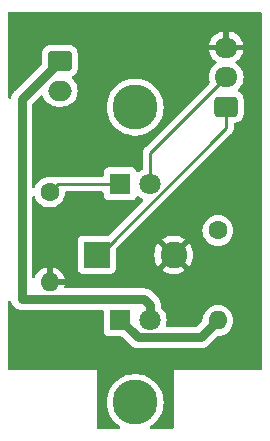
<source format=gbr>
%TF.GenerationSoftware,KiCad,Pcbnew,7.0.9*%
%TF.CreationDate,2024-03-22T21:38:29+01:00*%
%TF.ProjectId,KorrySmallPCB,4b6f7272-7953-46d6-916c-6c5043422e6b,rev?*%
%TF.SameCoordinates,Original*%
%TF.FileFunction,Copper,L1,Top*%
%TF.FilePolarity,Positive*%
%FSLAX46Y46*%
G04 Gerber Fmt 4.6, Leading zero omitted, Abs format (unit mm)*
G04 Created by KiCad (PCBNEW 7.0.9) date 2024-03-22 21:38:29*
%MOMM*%
%LPD*%
G01*
G04 APERTURE LIST*
G04 Aperture macros list*
%AMRoundRect*
0 Rectangle with rounded corners*
0 $1 Rounding radius*
0 $2 $3 $4 $5 $6 $7 $8 $9 X,Y pos of 4 corners*
0 Add a 4 corners polygon primitive as box body*
4,1,4,$2,$3,$4,$5,$6,$7,$8,$9,$2,$3,0*
0 Add four circle primitives for the rounded corners*
1,1,$1+$1,$2,$3*
1,1,$1+$1,$4,$5*
1,1,$1+$1,$6,$7*
1,1,$1+$1,$8,$9*
0 Add four rect primitives between the rounded corners*
20,1,$1+$1,$2,$3,$4,$5,0*
20,1,$1+$1,$4,$5,$6,$7,0*
20,1,$1+$1,$6,$7,$8,$9,0*
20,1,$1+$1,$8,$9,$2,$3,0*%
G04 Aperture macros list end*
%TA.AperFunction,ComponentPad*%
%ADD10RoundRect,0.250000X-0.750000X0.600000X-0.750000X-0.600000X0.750000X-0.600000X0.750000X0.600000X0*%
%TD*%
%TA.AperFunction,ComponentPad*%
%ADD11O,2.000000X1.700000*%
%TD*%
%TA.AperFunction,ComponentPad*%
%ADD12C,1.600000*%
%TD*%
%TA.AperFunction,ComponentPad*%
%ADD13O,1.600000X1.600000*%
%TD*%
%TA.AperFunction,ConnectorPad*%
%ADD14C,3.800000*%
%TD*%
%TA.AperFunction,ComponentPad*%
%ADD15C,2.600000*%
%TD*%
%TA.AperFunction,ComponentPad*%
%ADD16O,1.950000X1.700000*%
%TD*%
%TA.AperFunction,ComponentPad*%
%ADD17RoundRect,0.250000X0.725000X-0.600000X0.725000X0.600000X-0.725000X0.600000X-0.725000X-0.600000X0*%
%TD*%
%TA.AperFunction,ComponentPad*%
%ADD18C,1.800000*%
%TD*%
%TA.AperFunction,ComponentPad*%
%ADD19R,1.800000X1.800000*%
%TD*%
%TA.AperFunction,ComponentPad*%
%ADD20R,2.250000X2.250000*%
%TD*%
%TA.AperFunction,ComponentPad*%
%ADD21C,2.250000*%
%TD*%
%TA.AperFunction,Conductor*%
%ADD22C,0.250000*%
%TD*%
%TA.AperFunction,Conductor*%
%ADD23C,0.800000*%
%TD*%
G04 APERTURE END LIST*
D10*
%TO.P,J2,1,Pin_1*%
%TO.N,+9V*%
X62275000Y-17100000D03*
D11*
%TO.P,J2,2,Pin_2*%
%TO.N,/LED_PCB*%
X62275000Y-19600000D03*
%TD*%
D12*
%TO.P,R3,1*%
%TO.N,/LED_PCB*%
X75650000Y-31440000D03*
D13*
%TO.P,R3,2*%
%TO.N,Net-(D3-K)*%
X75650000Y-39060000D03*
%TD*%
D14*
%TO.P,H2,1*%
%TO.N,N/C*%
X68650000Y-21000000D03*
D15*
X68650000Y-21000000D03*
%TD*%
%TO.P,H1,1*%
%TO.N,N/C*%
X68650000Y-46000000D03*
D14*
X68650000Y-46000000D03*
%TD*%
D12*
%TO.P,R4,1*%
%TO.N,Net-(D4-K)*%
X61400000Y-28190000D03*
D13*
%TO.P,R4,2*%
%TO.N,GND*%
X61400000Y-35810000D03*
%TD*%
D16*
%TO.P,J3,3,Pin_3*%
%TO.N,GND*%
X76350000Y-15950000D03*
%TO.P,J3,2,Pin_2*%
%TO.N,/LED_INPUT*%
X76350000Y-18450000D03*
D17*
%TO.P,J3,1,Pin_1*%
%TO.N,/BTN_INPUT*%
X76350000Y-20950000D03*
%TD*%
D18*
%TO.P,D4,2,A*%
%TO.N,/LED_INPUT*%
X69915000Y-27500000D03*
D19*
%TO.P,D4,1,K*%
%TO.N,Net-(D4-K)*%
X67375000Y-27500000D03*
%TD*%
D20*
%TO.P,SW1,1,1*%
%TO.N,/BTN_INPUT*%
X65400000Y-33500000D03*
D21*
%TO.P,SW1,2,2*%
%TO.N,GND*%
X71900000Y-33500000D03*
%TD*%
D19*
%TO.P,D3,1,K*%
%TO.N,Net-(D3-K)*%
X67375000Y-39000000D03*
D18*
%TO.P,D3,2,A*%
%TO.N,+9V*%
X69915000Y-39000000D03*
%TD*%
D22*
%TO.N,/BTN_INPUT*%
X65647412Y-33500000D02*
X65400000Y-33500000D01*
X76350000Y-22797412D02*
X65647412Y-33500000D01*
X76350000Y-20950000D02*
X76350000Y-22797412D01*
%TO.N,/LED_INPUT*%
X69915000Y-27500000D02*
X69915000Y-24885000D01*
X69915000Y-24885000D02*
X76350000Y-18450000D01*
D23*
%TO.N,+9V*%
X59025000Y-20350000D02*
X62275000Y-17100000D01*
X59025000Y-37250000D02*
X59025000Y-20350000D01*
X69437792Y-37250000D02*
X59025000Y-37250000D01*
X69915000Y-37727208D02*
X69437792Y-37250000D01*
X69915000Y-39000000D02*
X69915000Y-37727208D01*
%TO.N,Net-(D3-K)*%
X67375000Y-39000000D02*
X68875000Y-40500000D01*
X68875000Y-40500000D02*
X74210000Y-40500000D01*
X74210000Y-40500000D02*
X75650000Y-39060000D01*
%TO.N,+9V*%
X69915000Y-38540000D02*
X69915000Y-39000000D01*
D22*
%TO.N,Net-(D4-K)*%
X62090000Y-27500000D02*
X61400000Y-28190000D01*
X67375000Y-27500000D02*
X62090000Y-27500000D01*
%TD*%
%TA.AperFunction,Conductor*%
%TO.N,GND*%
G36*
X79343039Y-12944685D02*
G01*
X79388794Y-12997489D01*
X79400000Y-13049000D01*
X79400000Y-27770187D01*
X79402855Y-27772488D01*
X79424921Y-27838782D01*
X79425000Y-27843209D01*
X79425000Y-39173638D01*
X79409286Y-39227150D01*
X79409439Y-39227213D01*
X79408853Y-39228626D01*
X79405315Y-39240677D01*
X79402325Y-39244387D01*
X79400000Y-39250000D01*
X79400000Y-43126000D01*
X79380315Y-43193039D01*
X79327511Y-43238794D01*
X79276000Y-43250000D01*
X71900000Y-43250000D01*
X71900000Y-48126000D01*
X71880315Y-48193039D01*
X71827511Y-48238794D01*
X71776000Y-48250000D01*
X70018748Y-48250000D01*
X69951709Y-48230315D01*
X69905954Y-48177511D01*
X69896010Y-48108353D01*
X69925035Y-48044797D01*
X69945863Y-48025682D01*
X70108466Y-47907543D01*
X70183162Y-47853274D01*
X70403349Y-47646504D01*
X70595885Y-47413768D01*
X70757733Y-47158736D01*
X70886341Y-46885430D01*
X70979681Y-46598160D01*
X71036280Y-46301457D01*
X71055246Y-46000000D01*
X71036280Y-45698543D01*
X70979681Y-45401840D01*
X70886341Y-45114570D01*
X70757733Y-44841264D01*
X70595885Y-44586232D01*
X70403349Y-44353496D01*
X70183162Y-44146726D01*
X70183159Y-44146724D01*
X70183153Y-44146719D01*
X69938806Y-43969191D01*
X69938799Y-43969186D01*
X69938795Y-43969184D01*
X69674104Y-43823668D01*
X69674101Y-43823666D01*
X69674096Y-43823664D01*
X69674095Y-43823663D01*
X69393265Y-43712475D01*
X69393262Y-43712474D01*
X69100695Y-43637357D01*
X68801036Y-43599500D01*
X68801027Y-43599500D01*
X68498973Y-43599500D01*
X68498963Y-43599500D01*
X68199304Y-43637357D01*
X67906737Y-43712474D01*
X67906734Y-43712475D01*
X67625904Y-43823663D01*
X67625903Y-43823664D01*
X67361205Y-43969184D01*
X67361193Y-43969191D01*
X67116846Y-44146719D01*
X67116836Y-44146727D01*
X66896652Y-44353494D01*
X66704111Y-44586236D01*
X66542268Y-44841261D01*
X66542265Y-44841267D01*
X66413661Y-45114563D01*
X66413659Y-45114568D01*
X66320320Y-45401835D01*
X66263719Y-45698546D01*
X66263718Y-45698553D01*
X66244754Y-45999994D01*
X66244754Y-46000005D01*
X66263718Y-46301446D01*
X66263719Y-46301453D01*
X66320320Y-46598164D01*
X66413659Y-46885431D01*
X66413661Y-46885436D01*
X66542265Y-47158732D01*
X66542268Y-47158738D01*
X66704111Y-47413763D01*
X66896652Y-47646505D01*
X67116836Y-47853272D01*
X67116846Y-47853280D01*
X67354137Y-48025682D01*
X67396803Y-48081012D01*
X67402782Y-48150625D01*
X67370176Y-48212420D01*
X67309338Y-48246777D01*
X67281252Y-48250000D01*
X65524000Y-48250000D01*
X65456961Y-48230315D01*
X65411206Y-48177511D01*
X65400000Y-48126000D01*
X65400000Y-43250000D01*
X58024000Y-43250000D01*
X57956961Y-43230315D01*
X57911206Y-43177511D01*
X57900000Y-43126000D01*
X57900000Y-37484591D01*
X57919685Y-37417552D01*
X57972489Y-37371797D01*
X58041647Y-37361853D01*
X58105203Y-37390878D01*
X58141931Y-37446274D01*
X58152986Y-37480297D01*
X58154666Y-37486569D01*
X58163856Y-37529803D01*
X58163855Y-37529803D01*
X58181833Y-37570179D01*
X58184160Y-37576242D01*
X58197818Y-37618277D01*
X58197820Y-37618281D01*
X58197821Y-37618284D01*
X58218965Y-37654906D01*
X58219924Y-37656567D01*
X58222870Y-37662349D01*
X58240526Y-37702005D01*
X58240850Y-37702732D01*
X58240853Y-37702736D01*
X58266825Y-37738484D01*
X58270362Y-37743930D01*
X58292464Y-37782212D01*
X58292471Y-37782222D01*
X58322050Y-37815072D01*
X58326137Y-37820119D01*
X58352110Y-37855869D01*
X58352111Y-37855870D01*
X58352112Y-37855871D01*
X58384966Y-37885453D01*
X58389546Y-37890034D01*
X58419128Y-37922887D01*
X58419129Y-37922888D01*
X58454892Y-37948870D01*
X58459934Y-37952954D01*
X58492777Y-37982528D01*
X58492787Y-37982535D01*
X58531070Y-38004638D01*
X58536516Y-38008175D01*
X58572266Y-38034149D01*
X58612644Y-38052127D01*
X58618430Y-38055075D01*
X58644300Y-38070010D01*
X58656716Y-38077179D01*
X58698755Y-38090837D01*
X58704812Y-38093163D01*
X58745193Y-38111142D01*
X58745192Y-38111142D01*
X58745197Y-38111144D01*
X58779720Y-38118481D01*
X58788435Y-38120334D01*
X58794698Y-38122011D01*
X58836744Y-38135674D01*
X58868051Y-38138964D01*
X58880709Y-38140295D01*
X58887123Y-38141311D01*
X58930354Y-38150500D01*
X58977808Y-38150500D01*
X65850500Y-38150500D01*
X65917539Y-38170185D01*
X65963294Y-38222989D01*
X65974500Y-38274500D01*
X65974500Y-39947870D01*
X65974501Y-39947876D01*
X65980908Y-40007483D01*
X66031202Y-40142328D01*
X66031206Y-40142335D01*
X66117452Y-40257544D01*
X66117455Y-40257547D01*
X66232664Y-40343793D01*
X66232671Y-40343797D01*
X66367517Y-40394091D01*
X66367516Y-40394091D01*
X66374444Y-40394835D01*
X66427127Y-40400500D01*
X67450638Y-40400499D01*
X67517677Y-40420183D01*
X67538319Y-40436818D01*
X68181235Y-41079734D01*
X68193869Y-41094525D01*
X68202112Y-41105871D01*
X68202113Y-41105872D01*
X68253722Y-41152341D01*
X68256071Y-41154570D01*
X68271620Y-41170119D01*
X68288684Y-41183938D01*
X68288702Y-41183952D01*
X68291170Y-41186060D01*
X68342781Y-41232531D01*
X68342782Y-41232531D01*
X68342784Y-41232533D01*
X68342786Y-41232534D01*
X68354918Y-41239538D01*
X68370955Y-41250560D01*
X68381849Y-41259382D01*
X68381851Y-41259383D01*
X68443747Y-41290920D01*
X68446552Y-41292443D01*
X68465998Y-41303670D01*
X68506707Y-41327175D01*
X68506715Y-41327178D01*
X68506716Y-41327179D01*
X68520046Y-41331510D01*
X68538019Y-41338954D01*
X68550512Y-41345320D01*
X68617590Y-41363292D01*
X68620699Y-41364214D01*
X68633933Y-41368514D01*
X68686744Y-41385674D01*
X68697116Y-41386763D01*
X68700684Y-41387139D01*
X68719825Y-41390687D01*
X68733348Y-41394311D01*
X68733354Y-41394312D01*
X68802711Y-41397946D01*
X68805921Y-41398199D01*
X68827808Y-41400500D01*
X68849803Y-41400500D01*
X68853046Y-41400584D01*
X68922388Y-41404219D01*
X68936228Y-41402027D01*
X68955627Y-41400500D01*
X74129373Y-41400500D01*
X74148772Y-41402027D01*
X74162612Y-41404219D01*
X74231959Y-41400584D01*
X74235203Y-41400500D01*
X74257191Y-41400500D01*
X74257192Y-41400500D01*
X74273988Y-41398734D01*
X74279064Y-41398201D01*
X74282284Y-41397947D01*
X74351646Y-41394313D01*
X74365187Y-41390683D01*
X74384313Y-41387138D01*
X74398256Y-41385674D01*
X74464306Y-41364212D01*
X74467368Y-41363304D01*
X74534488Y-41345320D01*
X74546976Y-41338956D01*
X74564950Y-41331510D01*
X74578284Y-41327179D01*
X74638476Y-41292425D01*
X74641222Y-41290934D01*
X74703149Y-41259383D01*
X74714031Y-41250569D01*
X74730083Y-41239537D01*
X74742216Y-41232533D01*
X74793847Y-41186043D01*
X74796260Y-41183982D01*
X74813380Y-41170119D01*
X74828929Y-41154568D01*
X74831277Y-41152341D01*
X74882888Y-41105871D01*
X74891130Y-41094525D01*
X74903760Y-41079737D01*
X75583054Y-40400444D01*
X75644375Y-40366961D01*
X75659916Y-40364600D01*
X75876692Y-40345635D01*
X76096496Y-40286739D01*
X76302734Y-40190568D01*
X76489139Y-40060047D01*
X76650047Y-39899139D01*
X76780568Y-39712734D01*
X76876739Y-39506496D01*
X76935635Y-39286692D01*
X76955468Y-39060000D01*
X76954599Y-39050072D01*
X76935635Y-38833313D01*
X76935635Y-38833312D01*
X76935635Y-38833308D01*
X76876739Y-38613504D01*
X76780568Y-38407266D01*
X76650047Y-38220861D01*
X76650045Y-38220858D01*
X76489141Y-38059954D01*
X76302734Y-37929432D01*
X76302732Y-37929431D01*
X76096497Y-37833261D01*
X76096488Y-37833258D01*
X75876697Y-37774366D01*
X75876693Y-37774365D01*
X75876692Y-37774365D01*
X75876691Y-37774364D01*
X75876686Y-37774364D01*
X75650002Y-37754532D01*
X75649998Y-37754532D01*
X75423313Y-37774364D01*
X75423302Y-37774366D01*
X75203511Y-37833258D01*
X75203502Y-37833261D01*
X74997267Y-37929431D01*
X74997265Y-37929432D01*
X74810858Y-38059954D01*
X74649954Y-38220858D01*
X74519432Y-38407265D01*
X74519431Y-38407267D01*
X74423261Y-38613502D01*
X74423258Y-38613511D01*
X74364366Y-38833302D01*
X74364364Y-38833312D01*
X74345400Y-39050072D01*
X74319947Y-39115140D01*
X74309554Y-39126945D01*
X73873318Y-39563182D01*
X73811998Y-39596666D01*
X73785639Y-39599500D01*
X71367209Y-39599500D01*
X71300170Y-39579815D01*
X71254415Y-39527011D01*
X71244471Y-39457853D01*
X71247004Y-39445059D01*
X71301131Y-39231317D01*
X71301131Y-39231316D01*
X71301134Y-39231305D01*
X71301473Y-39227213D01*
X71320300Y-39000006D01*
X71320300Y-38999993D01*
X71301135Y-38768702D01*
X71301133Y-38768691D01*
X71244157Y-38543699D01*
X71150924Y-38331151D01*
X71023983Y-38136852D01*
X71023980Y-38136849D01*
X71023979Y-38136847D01*
X70866784Y-37966087D01*
X70863336Y-37963403D01*
X70822524Y-37906692D01*
X70815500Y-37865551D01*
X70815500Y-37807834D01*
X70817027Y-37788433D01*
X70819219Y-37774596D01*
X70815584Y-37705248D01*
X70815500Y-37702005D01*
X70815500Y-37680017D01*
X70815499Y-37680008D01*
X70813201Y-37658144D01*
X70812947Y-37654928D01*
X70809313Y-37585562D01*
X70805684Y-37572020D01*
X70802138Y-37552892D01*
X70800674Y-37538952D01*
X70779218Y-37472916D01*
X70778296Y-37469804D01*
X70760321Y-37402725D01*
X70760320Y-37402720D01*
X70753956Y-37390230D01*
X70746511Y-37372258D01*
X70742179Y-37358924D01*
X70742177Y-37358920D01*
X70742175Y-37358915D01*
X70718670Y-37318206D01*
X70707443Y-37298760D01*
X70705920Y-37295955D01*
X70674383Y-37234059D01*
X70674382Y-37234057D01*
X70665560Y-37223163D01*
X70654538Y-37207126D01*
X70647532Y-37194991D01*
X70647531Y-37194989D01*
X70601060Y-37143378D01*
X70598952Y-37140910D01*
X70585118Y-37123827D01*
X70569577Y-37108286D01*
X70567341Y-37105930D01*
X70520872Y-37054321D01*
X70520871Y-37054320D01*
X70509525Y-37046077D01*
X70494734Y-37033443D01*
X70131556Y-36670265D01*
X70118918Y-36655468D01*
X70110679Y-36644128D01*
X70059069Y-36597657D01*
X70056714Y-36595423D01*
X70041174Y-36579882D01*
X70024087Y-36566043D01*
X70021623Y-36563939D01*
X69970012Y-36517470D01*
X69970005Y-36517465D01*
X69957862Y-36510454D01*
X69941835Y-36499438D01*
X69930945Y-36490620D01*
X69930943Y-36490619D01*
X69930941Y-36490617D01*
X69912051Y-36480992D01*
X69869058Y-36459085D01*
X69866206Y-36457537D01*
X69806074Y-36422820D01*
X69792741Y-36418488D01*
X69774770Y-36411043D01*
X69762290Y-36404684D01*
X69762278Y-36404679D01*
X69695201Y-36386705D01*
X69692101Y-36385787D01*
X69626048Y-36364326D01*
X69626043Y-36364325D01*
X69626041Y-36364325D01*
X69612106Y-36362860D01*
X69592981Y-36359315D01*
X69579445Y-36355688D01*
X69579435Y-36355686D01*
X69510082Y-36352051D01*
X69506851Y-36351797D01*
X69492329Y-36350271D01*
X69484984Y-36349500D01*
X69484981Y-36349500D01*
X69462995Y-36349500D01*
X69459751Y-36349415D01*
X69390404Y-36345781D01*
X69390403Y-36345781D01*
X69376564Y-36347973D01*
X69357165Y-36349500D01*
X62762901Y-36349500D01*
X62695862Y-36329815D01*
X62650107Y-36277011D01*
X62640163Y-36207853D01*
X62643126Y-36193406D01*
X62678872Y-36060000D01*
X61715686Y-36060000D01*
X61727641Y-36048045D01*
X61785165Y-35935148D01*
X61804986Y-35810000D01*
X61785165Y-35684852D01*
X61727641Y-35571955D01*
X61715686Y-35560000D01*
X62678872Y-35560000D01*
X62678872Y-35559999D01*
X62626269Y-35363682D01*
X62626265Y-35363673D01*
X62530134Y-35157517D01*
X62399657Y-34971179D01*
X62238820Y-34810342D01*
X62052482Y-34679865D01*
X61846328Y-34583734D01*
X61650000Y-34531127D01*
X61650000Y-35494314D01*
X61638045Y-35482359D01*
X61525148Y-35424835D01*
X61431481Y-35410000D01*
X61368519Y-35410000D01*
X61274852Y-35424835D01*
X61161955Y-35482359D01*
X61150000Y-35494314D01*
X61150000Y-34531127D01*
X60953671Y-34583734D01*
X60747517Y-34679865D01*
X60561179Y-34810342D01*
X60400342Y-34971179D01*
X60269865Y-35157517D01*
X60173734Y-35363673D01*
X60173731Y-35363679D01*
X60169275Y-35380312D01*
X60132910Y-35439972D01*
X60070063Y-35470501D01*
X60000687Y-35462206D01*
X59946809Y-35417721D01*
X59925535Y-35351169D01*
X59925500Y-35348218D01*
X59925500Y-28653714D01*
X59945185Y-28586675D01*
X59997989Y-28540920D01*
X60067147Y-28530976D01*
X60130703Y-28560001D01*
X60168477Y-28618779D01*
X60169275Y-28621621D01*
X60173258Y-28636488D01*
X60173261Y-28636497D01*
X60269431Y-28842732D01*
X60269432Y-28842734D01*
X60399954Y-29029141D01*
X60560858Y-29190045D01*
X60560861Y-29190047D01*
X60747266Y-29320568D01*
X60953504Y-29416739D01*
X61173308Y-29475635D01*
X61335230Y-29489801D01*
X61399998Y-29495468D01*
X61400000Y-29495468D01*
X61400002Y-29495468D01*
X61456673Y-29490509D01*
X61626692Y-29475635D01*
X61846496Y-29416739D01*
X62052734Y-29320568D01*
X62239139Y-29190047D01*
X62400047Y-29029139D01*
X62530568Y-28842734D01*
X62626739Y-28636496D01*
X62685635Y-28416692D01*
X62701208Y-28238693D01*
X62726660Y-28173624D01*
X62783251Y-28132645D01*
X62824736Y-28125500D01*
X65850501Y-28125500D01*
X65917540Y-28145185D01*
X65963295Y-28197989D01*
X65974501Y-28249500D01*
X65974501Y-28447876D01*
X65980908Y-28507483D01*
X66031202Y-28642328D01*
X66031206Y-28642335D01*
X66117452Y-28757544D01*
X66117455Y-28757547D01*
X66232664Y-28843793D01*
X66232671Y-28843797D01*
X66367517Y-28894091D01*
X66367516Y-28894091D01*
X66374444Y-28894835D01*
X66427127Y-28900500D01*
X68322872Y-28900499D01*
X68382483Y-28894091D01*
X68517331Y-28843796D01*
X68632546Y-28757546D01*
X68718796Y-28642331D01*
X68720975Y-28636488D01*
X68747455Y-28565493D01*
X68789326Y-28509559D01*
X68854790Y-28485141D01*
X68923063Y-28499992D01*
X68954866Y-28524843D01*
X68960512Y-28530976D01*
X68963215Y-28533912D01*
X68963222Y-28533918D01*
X69146365Y-28676464D01*
X69146371Y-28676468D01*
X69146374Y-28676470D01*
X69285603Y-28751817D01*
X69335193Y-28801037D01*
X69350301Y-28869253D01*
X69326131Y-28934809D01*
X69314266Y-28948553D01*
X66424639Y-31838181D01*
X66363316Y-31871666D01*
X66336958Y-31874500D01*
X64227129Y-31874500D01*
X64227123Y-31874501D01*
X64167516Y-31880908D01*
X64032671Y-31931202D01*
X64032664Y-31931206D01*
X63917455Y-32017452D01*
X63917452Y-32017455D01*
X63831206Y-32132664D01*
X63831202Y-32132671D01*
X63780908Y-32267517D01*
X63774501Y-32327116D01*
X63774500Y-32327135D01*
X63774500Y-34672870D01*
X63774501Y-34672876D01*
X63780908Y-34732483D01*
X63831202Y-34867328D01*
X63831206Y-34867335D01*
X63917452Y-34982544D01*
X63917455Y-34982547D01*
X64032664Y-35068793D01*
X64032671Y-35068797D01*
X64167517Y-35119091D01*
X64167516Y-35119091D01*
X64174444Y-35119835D01*
X64227127Y-35125500D01*
X66572872Y-35125499D01*
X66632483Y-35119091D01*
X66767331Y-35068796D01*
X66882546Y-34982546D01*
X66968796Y-34867331D01*
X67019091Y-34732483D01*
X67025500Y-34672873D01*
X67025499Y-33500000D01*
X70269975Y-33500000D01*
X70290042Y-33754989D01*
X70349752Y-34003702D01*
X70447634Y-34240012D01*
X70447636Y-34240015D01*
X70581275Y-34458095D01*
X70581286Y-34458110D01*
X70584533Y-34461911D01*
X70584535Y-34461911D01*
X71297452Y-33748993D01*
X71307188Y-33778956D01*
X71395186Y-33917619D01*
X71514903Y-34030040D01*
X71649510Y-34104041D01*
X70938087Y-34815464D01*
X70938087Y-34815465D01*
X70941888Y-34818712D01*
X70941898Y-34818719D01*
X71159984Y-34952363D01*
X71159987Y-34952365D01*
X71396297Y-35050247D01*
X71645011Y-35109957D01*
X71645010Y-35109957D01*
X71900000Y-35130024D01*
X72154989Y-35109957D01*
X72403702Y-35050247D01*
X72640012Y-34952365D01*
X72640015Y-34952363D01*
X72858103Y-34818719D01*
X72861912Y-34815464D01*
X72147534Y-34101086D01*
X72215629Y-34074126D01*
X72348492Y-33977595D01*
X72453175Y-33851055D01*
X72501631Y-33748079D01*
X73215464Y-34461912D01*
X73218719Y-34458103D01*
X73352363Y-34240015D01*
X73352365Y-34240012D01*
X73450247Y-34003702D01*
X73509957Y-33754989D01*
X73530024Y-33500000D01*
X73509957Y-33245010D01*
X73450247Y-32996297D01*
X73352365Y-32759987D01*
X73352363Y-32759984D01*
X73218719Y-32541898D01*
X73218712Y-32541888D01*
X73215465Y-32538087D01*
X73215464Y-32538087D01*
X72502546Y-33251004D01*
X72492812Y-33221044D01*
X72404814Y-33082381D01*
X72285097Y-32969960D01*
X72150489Y-32895958D01*
X72861911Y-32184535D01*
X72861911Y-32184533D01*
X72858110Y-32181286D01*
X72858095Y-32181275D01*
X72640015Y-32047636D01*
X72640012Y-32047634D01*
X72403702Y-31949752D01*
X72154988Y-31890042D01*
X72154989Y-31890042D01*
X71900000Y-31869975D01*
X71645010Y-31890042D01*
X71396297Y-31949752D01*
X71159987Y-32047634D01*
X71159984Y-32047636D01*
X70941897Y-32181280D01*
X70938087Y-32184534D01*
X71652466Y-32898913D01*
X71584371Y-32925874D01*
X71451508Y-33022405D01*
X71346825Y-33148945D01*
X71298368Y-33251921D01*
X70584534Y-32538087D01*
X70581280Y-32541897D01*
X70447636Y-32759984D01*
X70447634Y-32759987D01*
X70349752Y-32996297D01*
X70290042Y-33245010D01*
X70269975Y-33500000D01*
X67025499Y-33500000D01*
X67025499Y-33057862D01*
X67045184Y-32990824D01*
X67061813Y-32970187D01*
X68591999Y-31440001D01*
X74344532Y-31440001D01*
X74364364Y-31666686D01*
X74364366Y-31666697D01*
X74423258Y-31886488D01*
X74423261Y-31886497D01*
X74519431Y-32092732D01*
X74519432Y-32092734D01*
X74649954Y-32279141D01*
X74810858Y-32440045D01*
X74810861Y-32440047D01*
X74997266Y-32570568D01*
X75203504Y-32666739D01*
X75423308Y-32725635D01*
X75585230Y-32739801D01*
X75649998Y-32745468D01*
X75650000Y-32745468D01*
X75650002Y-32745468D01*
X75706673Y-32740509D01*
X75876692Y-32725635D01*
X76096496Y-32666739D01*
X76302734Y-32570568D01*
X76489139Y-32440047D01*
X76650047Y-32279139D01*
X76780568Y-32092734D01*
X76876739Y-31886496D01*
X76935635Y-31666692D01*
X76955468Y-31440000D01*
X76935635Y-31213308D01*
X76876739Y-30993504D01*
X76780568Y-30787266D01*
X76650047Y-30600861D01*
X76650045Y-30600858D01*
X76489141Y-30439954D01*
X76302734Y-30309432D01*
X76302732Y-30309431D01*
X76096497Y-30213261D01*
X76096488Y-30213258D01*
X75876697Y-30154366D01*
X75876693Y-30154365D01*
X75876692Y-30154365D01*
X75876691Y-30154364D01*
X75876686Y-30154364D01*
X75650002Y-30134532D01*
X75649998Y-30134532D01*
X75423313Y-30154364D01*
X75423302Y-30154366D01*
X75203511Y-30213258D01*
X75203502Y-30213261D01*
X74997267Y-30309431D01*
X74997265Y-30309432D01*
X74810858Y-30439954D01*
X74649954Y-30600858D01*
X74519432Y-30787265D01*
X74519431Y-30787267D01*
X74423261Y-30993502D01*
X74423258Y-30993511D01*
X74364366Y-31213302D01*
X74364364Y-31213313D01*
X74344532Y-31439998D01*
X74344532Y-31440001D01*
X68591999Y-31440001D01*
X76733788Y-23298213D01*
X76746042Y-23288398D01*
X76745859Y-23288176D01*
X76751866Y-23283204D01*
X76751877Y-23283198D01*
X76782775Y-23250294D01*
X76799227Y-23232776D01*
X76809671Y-23222330D01*
X76820120Y-23211883D01*
X76824379Y-23206390D01*
X76828152Y-23201973D01*
X76860062Y-23167994D01*
X76869713Y-23150436D01*
X76880396Y-23134173D01*
X76892673Y-23118348D01*
X76911185Y-23075565D01*
X76913738Y-23070353D01*
X76936197Y-23029504D01*
X76941180Y-23010092D01*
X76947481Y-22991692D01*
X76955437Y-22973308D01*
X76962729Y-22927264D01*
X76963906Y-22921583D01*
X76975500Y-22876431D01*
X76975500Y-22856395D01*
X76977027Y-22836994D01*
X76980160Y-22817216D01*
X76975775Y-22770827D01*
X76975500Y-22764989D01*
X76975500Y-22424499D01*
X76995185Y-22357460D01*
X77047989Y-22311705D01*
X77099500Y-22300499D01*
X77125002Y-22300499D01*
X77125008Y-22300499D01*
X77227797Y-22289999D01*
X77394334Y-22234814D01*
X77543656Y-22142712D01*
X77667712Y-22018656D01*
X77759814Y-21869334D01*
X77814999Y-21702797D01*
X77825500Y-21600009D01*
X77825499Y-20299992D01*
X77814999Y-20197203D01*
X77759814Y-20030666D01*
X77667712Y-19881344D01*
X77543656Y-19757288D01*
X77462658Y-19707328D01*
X77388879Y-19661821D01*
X77342155Y-19609873D01*
X77330932Y-19540910D01*
X77358776Y-19476828D01*
X77366295Y-19468601D01*
X77513495Y-19321401D01*
X77649035Y-19127830D01*
X77748903Y-18913663D01*
X77810063Y-18685408D01*
X77830659Y-18450000D01*
X77810063Y-18214592D01*
X77748903Y-17986337D01*
X77649035Y-17772171D01*
X77649034Y-17772169D01*
X77513494Y-17578597D01*
X77346403Y-17411506D01*
X77188967Y-17301269D01*
X77145342Y-17246692D01*
X77138148Y-17177194D01*
X77169671Y-17114839D01*
X77188967Y-17098119D01*
X77346073Y-16988113D01*
X77346079Y-16988108D01*
X77513105Y-16821082D01*
X77648600Y-16627578D01*
X77748429Y-16413492D01*
X77748432Y-16413486D01*
X77805636Y-16200000D01*
X76753969Y-16200000D01*
X76786519Y-16149351D01*
X76825000Y-16018295D01*
X76825000Y-15881705D01*
X76786519Y-15750649D01*
X76753969Y-15700000D01*
X77805636Y-15700000D01*
X77805635Y-15699999D01*
X77748432Y-15486513D01*
X77748429Y-15486507D01*
X77648600Y-15272422D01*
X77648599Y-15272420D01*
X77513113Y-15078926D01*
X77513108Y-15078920D01*
X77346079Y-14911891D01*
X77346073Y-14911886D01*
X77152579Y-14776400D01*
X77152577Y-14776399D01*
X76938492Y-14676570D01*
X76938483Y-14676566D01*
X76710326Y-14615432D01*
X76710316Y-14615430D01*
X76600000Y-14605778D01*
X76600000Y-15541981D01*
X76485199Y-15489554D01*
X76383975Y-15475000D01*
X76316025Y-15475000D01*
X76214801Y-15489554D01*
X76100000Y-15541981D01*
X76100000Y-14605778D01*
X75989683Y-14615430D01*
X75989673Y-14615432D01*
X75761516Y-14676566D01*
X75761507Y-14676570D01*
X75547422Y-14776399D01*
X75547420Y-14776400D01*
X75353926Y-14911886D01*
X75353920Y-14911891D01*
X75186894Y-15078917D01*
X75051399Y-15272421D01*
X74951570Y-15486507D01*
X74951567Y-15486513D01*
X74894364Y-15699999D01*
X74894364Y-15700000D01*
X75946031Y-15700000D01*
X75913481Y-15750649D01*
X75875000Y-15881705D01*
X75875000Y-16018295D01*
X75913481Y-16149351D01*
X75946031Y-16200000D01*
X74894364Y-16200000D01*
X74951567Y-16413486D01*
X74951570Y-16413492D01*
X75051399Y-16627577D01*
X75051400Y-16627579D01*
X75186886Y-16821073D01*
X75186891Y-16821079D01*
X75353920Y-16988108D01*
X75353926Y-16988113D01*
X75511031Y-17098119D01*
X75554656Y-17152696D01*
X75561850Y-17222194D01*
X75530327Y-17284549D01*
X75511032Y-17301269D01*
X75353594Y-17411508D01*
X75186506Y-17578597D01*
X75186501Y-17578604D01*
X75050967Y-17772165D01*
X75050965Y-17772169D01*
X74951098Y-17986335D01*
X74951094Y-17986344D01*
X74889938Y-18214586D01*
X74889936Y-18214596D01*
X74869341Y-18449999D01*
X74869341Y-18450000D01*
X74889936Y-18685403D01*
X74889938Y-18685413D01*
X74943271Y-18884456D01*
X74941608Y-18954306D01*
X74911177Y-19004230D01*
X69531208Y-24384199D01*
X69518951Y-24394020D01*
X69519134Y-24394241D01*
X69513123Y-24399213D01*
X69465772Y-24449636D01*
X69444889Y-24470519D01*
X69444877Y-24470532D01*
X69440621Y-24476017D01*
X69436837Y-24480447D01*
X69404937Y-24514418D01*
X69404936Y-24514420D01*
X69395284Y-24531976D01*
X69384610Y-24548226D01*
X69372329Y-24564061D01*
X69372324Y-24564068D01*
X69353815Y-24606838D01*
X69351245Y-24612084D01*
X69328803Y-24652906D01*
X69323822Y-24672307D01*
X69317521Y-24690710D01*
X69309562Y-24709102D01*
X69309561Y-24709105D01*
X69302271Y-24755127D01*
X69301087Y-24760846D01*
X69289501Y-24805972D01*
X69289500Y-24805982D01*
X69289500Y-24826016D01*
X69287973Y-24845415D01*
X69284840Y-24865194D01*
X69284840Y-24865195D01*
X69289225Y-24911583D01*
X69289500Y-24917421D01*
X69289500Y-26172185D01*
X69269815Y-26239224D01*
X69224518Y-26281239D01*
X69146380Y-26323525D01*
X69146365Y-26323535D01*
X68963222Y-26466081D01*
X68963218Y-26466085D01*
X68954866Y-26475158D01*
X68894979Y-26511148D01*
X68825141Y-26509047D01*
X68767525Y-26469522D01*
X68747455Y-26434507D01*
X68718797Y-26357671D01*
X68718793Y-26357664D01*
X68632547Y-26242455D01*
X68632544Y-26242452D01*
X68517335Y-26156206D01*
X68517328Y-26156202D01*
X68382482Y-26105908D01*
X68382483Y-26105908D01*
X68322883Y-26099501D01*
X68322881Y-26099500D01*
X68322873Y-26099500D01*
X68322864Y-26099500D01*
X66427129Y-26099500D01*
X66427123Y-26099501D01*
X66367516Y-26105908D01*
X66232671Y-26156202D01*
X66232664Y-26156206D01*
X66117455Y-26242452D01*
X66117452Y-26242455D01*
X66031206Y-26357664D01*
X66031202Y-26357671D01*
X65980908Y-26492517D01*
X65974501Y-26552116D01*
X65974500Y-26552135D01*
X65974500Y-26750500D01*
X65954815Y-26817539D01*
X65902011Y-26863294D01*
X65850500Y-26874500D01*
X62172737Y-26874500D01*
X62157120Y-26872776D01*
X62157093Y-26873062D01*
X62149331Y-26872327D01*
X62080203Y-26874500D01*
X62050650Y-26874500D01*
X62049929Y-26874590D01*
X62043757Y-26875369D01*
X62037945Y-26875826D01*
X61991372Y-26877290D01*
X61991369Y-26877291D01*
X61972126Y-26882881D01*
X61953083Y-26886825D01*
X61933204Y-26889336D01*
X61933203Y-26889337D01*
X61889878Y-26906490D01*
X61884352Y-26908382D01*
X61839608Y-26921383D01*
X61839604Y-26921385D01*
X61837880Y-26922405D01*
X61836353Y-26922792D01*
X61832448Y-26924482D01*
X61832175Y-26923851D01*
X61770155Y-26939581D01*
X61742676Y-26935442D01*
X61626697Y-26904366D01*
X61626693Y-26904365D01*
X61626692Y-26904365D01*
X61626691Y-26904364D01*
X61626686Y-26904364D01*
X61400002Y-26884532D01*
X61399998Y-26884532D01*
X61173313Y-26904364D01*
X61173302Y-26904366D01*
X60953511Y-26963258D01*
X60953502Y-26963261D01*
X60747267Y-27059431D01*
X60747265Y-27059432D01*
X60560858Y-27189954D01*
X60399954Y-27350858D01*
X60269432Y-27537265D01*
X60269431Y-27537267D01*
X60173261Y-27743502D01*
X60173259Y-27743509D01*
X60169275Y-27758379D01*
X60132909Y-27818040D01*
X60070062Y-27848568D01*
X60000687Y-27840273D01*
X59946809Y-27795787D01*
X59925535Y-27729235D01*
X59925500Y-27726285D01*
X59925500Y-21000005D01*
X66244754Y-21000005D01*
X66263718Y-21301446D01*
X66263719Y-21301453D01*
X66320320Y-21598164D01*
X66413659Y-21885431D01*
X66413661Y-21885436D01*
X66542265Y-22158732D01*
X66542268Y-22158738D01*
X66704111Y-22413763D01*
X66704114Y-22413767D01*
X66704115Y-22413768D01*
X66712992Y-22424499D01*
X66896652Y-22646505D01*
X67116836Y-22853272D01*
X67116846Y-22853280D01*
X67361193Y-23030808D01*
X67361198Y-23030810D01*
X67361205Y-23030816D01*
X67625896Y-23176332D01*
X67625901Y-23176334D01*
X67625903Y-23176335D01*
X67625904Y-23176336D01*
X67906734Y-23287524D01*
X67906737Y-23287525D01*
X68004259Y-23312564D01*
X68199302Y-23362642D01*
X68346039Y-23381179D01*
X68498963Y-23400499D01*
X68498969Y-23400499D01*
X68498973Y-23400500D01*
X68498975Y-23400500D01*
X68801025Y-23400500D01*
X68801027Y-23400500D01*
X68801032Y-23400499D01*
X68801036Y-23400499D01*
X68880591Y-23390448D01*
X69100698Y-23362642D01*
X69393262Y-23287525D01*
X69404196Y-23283196D01*
X69674095Y-23176336D01*
X69674096Y-23176335D01*
X69674094Y-23176335D01*
X69674104Y-23176332D01*
X69938795Y-23030816D01*
X70183162Y-22853274D01*
X70403349Y-22646504D01*
X70595885Y-22413768D01*
X70757733Y-22158736D01*
X70886341Y-21885430D01*
X70979681Y-21598160D01*
X71036280Y-21301457D01*
X71048360Y-21109451D01*
X71055246Y-21000005D01*
X71055246Y-20999994D01*
X71036281Y-20698553D01*
X71036280Y-20698546D01*
X71036280Y-20698543D01*
X70979681Y-20401840D01*
X70886341Y-20114570D01*
X70862386Y-20063664D01*
X70776592Y-19881342D01*
X70757733Y-19841264D01*
X70686306Y-19728713D01*
X70595888Y-19586236D01*
X70498572Y-19468601D01*
X70403349Y-19353496D01*
X70369172Y-19321402D01*
X70183163Y-19146727D01*
X70183153Y-19146719D01*
X69938806Y-18969191D01*
X69938799Y-18969186D01*
X69938795Y-18969184D01*
X69674104Y-18823668D01*
X69674101Y-18823666D01*
X69674096Y-18823664D01*
X69674095Y-18823663D01*
X69393265Y-18712475D01*
X69393262Y-18712474D01*
X69100695Y-18637357D01*
X68801036Y-18599500D01*
X68801027Y-18599500D01*
X68498973Y-18599500D01*
X68498963Y-18599500D01*
X68199304Y-18637357D01*
X67906737Y-18712474D01*
X67906734Y-18712475D01*
X67625904Y-18823663D01*
X67625903Y-18823664D01*
X67361205Y-18969184D01*
X67361193Y-18969191D01*
X67116846Y-19146719D01*
X67116836Y-19146727D01*
X66896652Y-19353494D01*
X66704111Y-19586236D01*
X66542268Y-19841261D01*
X66542265Y-19841267D01*
X66413661Y-20114563D01*
X66413659Y-20114568D01*
X66320320Y-20401835D01*
X66263719Y-20698546D01*
X66263718Y-20698553D01*
X66244754Y-20999994D01*
X66244754Y-21000005D01*
X59925500Y-21000005D01*
X59925500Y-20774360D01*
X59945185Y-20707321D01*
X59961815Y-20686683D01*
X60642962Y-20005535D01*
X60704283Y-19972052D01*
X60773974Y-19977036D01*
X60829908Y-20018907D01*
X60849186Y-20058589D01*
X60849243Y-20058569D01*
X60849441Y-20059114D01*
X60850414Y-20061116D01*
X60851094Y-20063655D01*
X60851096Y-20063659D01*
X60851097Y-20063663D01*
X60874835Y-20114568D01*
X60950964Y-20277828D01*
X60950965Y-20277830D01*
X61086505Y-20471402D01*
X61253597Y-20638494D01*
X61447169Y-20774034D01*
X61447171Y-20774035D01*
X61661337Y-20873903D01*
X61889592Y-20935063D01*
X62066034Y-20950500D01*
X62483966Y-20950500D01*
X62660408Y-20935063D01*
X62888663Y-20873903D01*
X63102829Y-20774035D01*
X63296401Y-20638495D01*
X63463495Y-20471401D01*
X63599035Y-20277830D01*
X63698903Y-20063663D01*
X63760063Y-19835408D01*
X63780659Y-19600000D01*
X63760063Y-19364592D01*
X63698903Y-19136337D01*
X63599035Y-18922171D01*
X63593079Y-18913664D01*
X63463494Y-18728597D01*
X63316295Y-18581398D01*
X63282810Y-18520075D01*
X63287794Y-18450383D01*
X63329666Y-18394450D01*
X63338880Y-18388178D01*
X63344334Y-18384814D01*
X63493656Y-18292712D01*
X63617712Y-18168656D01*
X63709814Y-18019334D01*
X63764999Y-17852797D01*
X63775500Y-17750009D01*
X63775499Y-16449992D01*
X63771770Y-16413492D01*
X63764999Y-16347203D01*
X63764998Y-16347200D01*
X63709814Y-16180666D01*
X63617712Y-16031344D01*
X63493656Y-15907288D01*
X63344334Y-15815186D01*
X63177797Y-15760001D01*
X63177795Y-15760000D01*
X63075010Y-15749500D01*
X61474998Y-15749500D01*
X61474981Y-15749501D01*
X61372203Y-15760000D01*
X61372200Y-15760001D01*
X61205668Y-15815185D01*
X61205663Y-15815187D01*
X61056342Y-15907289D01*
X60932289Y-16031342D01*
X60840187Y-16180663D01*
X60840186Y-16180666D01*
X60785001Y-16347203D01*
X60785001Y-16347204D01*
X60785000Y-16347204D01*
X60774500Y-16449983D01*
X60774500Y-17275638D01*
X60754815Y-17342677D01*
X60738181Y-17363319D01*
X58445263Y-19656236D01*
X58430474Y-19668869D01*
X58419126Y-19677114D01*
X58372666Y-19728713D01*
X58370435Y-19731065D01*
X58354890Y-19746610D01*
X58354875Y-19746627D01*
X58341039Y-19763710D01*
X58338936Y-19766172D01*
X58292469Y-19817781D01*
X58292466Y-19817785D01*
X58285458Y-19829923D01*
X58274444Y-19845948D01*
X58265626Y-19856837D01*
X58265616Y-19856853D01*
X58234082Y-19918740D01*
X58232533Y-19921592D01*
X58197821Y-19981713D01*
X58193487Y-19995053D01*
X58186045Y-20013020D01*
X58179680Y-20025512D01*
X58161706Y-20092584D01*
X58160785Y-20095692D01*
X58139326Y-20161742D01*
X58139010Y-20164750D01*
X58138342Y-20166372D01*
X58137975Y-20168100D01*
X58137659Y-20168032D01*
X58112420Y-20229362D01*
X58055119Y-20269342D01*
X57985300Y-20271996D01*
X57925129Y-20236482D01*
X57893711Y-20174075D01*
X57891690Y-20152071D01*
X57875287Y-13049285D01*
X57894817Y-12982202D01*
X57947515Y-12936325D01*
X57999287Y-12925000D01*
X79276000Y-12925000D01*
X79343039Y-12944685D01*
G37*
%TD.AperFunction*%
%TD*%
M02*

</source>
